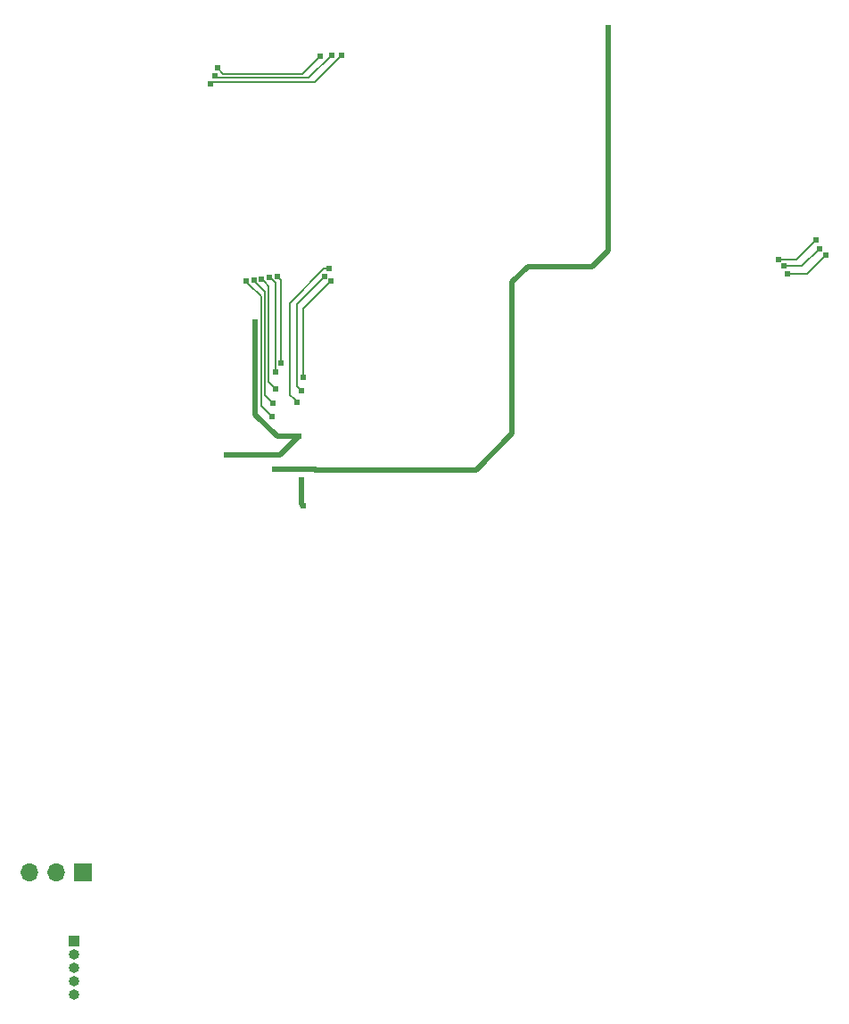
<source format=gbr>
G04 #@! TF.GenerationSoftware,KiCad,Pcbnew,(5.1.4)-1*
G04 #@! TF.CreationDate,2020-04-14T17:00:19+08:00*
G04 #@! TF.ProjectId,viper_plate_v2,76697065-725f-4706-9c61-74655f76322e,rev?*
G04 #@! TF.SameCoordinates,Original*
G04 #@! TF.FileFunction,Copper,L2,Bot*
G04 #@! TF.FilePolarity,Positive*
%FSLAX46Y46*%
G04 Gerber Fmt 4.6, Leading zero omitted, Abs format (unit mm)*
G04 Created by KiCad (PCBNEW (5.1.4)-1) date 2020-04-14 17:00:19*
%MOMM*%
%LPD*%
G04 APERTURE LIST*
%ADD10R,1.000000X1.000000*%
%ADD11O,1.000000X1.000000*%
%ADD12R,1.700000X1.700000*%
%ADD13O,1.700000X1.700000*%
%ADD14C,0.609600*%
%ADD15C,0.508000*%
%ADD16C,0.203200*%
G04 APERTURE END LIST*
D10*
X73139300Y-147408900D03*
D11*
X73139300Y-148678900D03*
X73139300Y-149948900D03*
X73139300Y-151218900D03*
X73139300Y-152488900D03*
D12*
X74002900Y-140944600D03*
D13*
X71462900Y-140944600D03*
X68922900Y-140944600D03*
D14*
X94742000Y-103619300D03*
X94957900Y-106133900D03*
X94500700Y-99529900D03*
X90363019Y-88709500D03*
X87693500Y-101295200D03*
X92214700Y-102654100D03*
X96202500Y-102730300D03*
X123902701Y-60742599D03*
X96509840Y-63418720D03*
X86780697Y-64545537D03*
X97610800Y-63349000D03*
X86524955Y-65308470D03*
X86106000Y-66106042D03*
X98567240Y-63352680D03*
X91948000Y-97624900D03*
X89489280Y-84785200D03*
X92049600Y-96387920D03*
X90249421Y-84731837D03*
X92303611Y-95017489D03*
X90997649Y-84587560D03*
X92283280Y-93416120D03*
X91739326Y-84412698D03*
X92842090Y-92527120D03*
X92500317Y-84373267D03*
X97368491Y-83616787D03*
X94371160Y-96296480D03*
X96936259Y-84389021D03*
X94802960Y-95199200D03*
X94932500Y-93941900D03*
X97603246Y-84757518D03*
X140030200Y-82727800D03*
X143598900Y-80848200D03*
X140576300Y-83362800D03*
X143954500Y-81711800D03*
X140881100Y-84124800D03*
X144538700Y-82321400D03*
D15*
X94742000Y-103619300D02*
X94742000Y-105918000D01*
X94742000Y-105918000D02*
X94957900Y-106133900D01*
X94500700Y-99529900D02*
X92443300Y-99529900D01*
X92443300Y-99529900D02*
X90363019Y-97449619D01*
X90363019Y-97449619D02*
X90363019Y-89140552D01*
X90363019Y-89140552D02*
X90363019Y-88709500D01*
X92735400Y-101295200D02*
X94500700Y-99529900D01*
X87693500Y-101295200D02*
X92735400Y-101295200D01*
X92214700Y-102654100D02*
X96126300Y-102654100D01*
X96126300Y-102654100D02*
X96202500Y-102730300D01*
X123902701Y-81875399D02*
X123902701Y-61173651D01*
X96202500Y-102730300D02*
X111328200Y-102730300D01*
X114769900Y-84886800D02*
X116255800Y-83400900D01*
X111328200Y-102730300D02*
X114769900Y-99288600D01*
X122377200Y-83400900D02*
X123902701Y-81875399D01*
X123902701Y-61173651D02*
X123902701Y-60742599D01*
X114769900Y-99288600D02*
X114769900Y-84886800D01*
X116255800Y-83400900D02*
X122377200Y-83400900D01*
D16*
X96509840Y-63418720D02*
X94818200Y-65110360D01*
X87345520Y-65110360D02*
X86780697Y-64545537D01*
X94818200Y-65110360D02*
X87345520Y-65110360D01*
X86697696Y-65481211D02*
X86524955Y-65308470D01*
X97610800Y-63349000D02*
X95478589Y-65481211D01*
X95478589Y-65481211D02*
X86697696Y-65481211D01*
X98567240Y-63352680D02*
X96052640Y-65867280D01*
X96052640Y-65867280D02*
X86344762Y-65867280D01*
X86344762Y-65867280D02*
X86106000Y-66106042D01*
X89794079Y-85089999D02*
X89489280Y-84785200D01*
X90921829Y-96598729D02*
X90921829Y-86217749D01*
X90921829Y-86217749D02*
X89794079Y-85089999D01*
X91948000Y-97624900D02*
X90921829Y-96598729D01*
X91312989Y-85795405D02*
X90554220Y-85036636D01*
X92049600Y-96387920D02*
X91312989Y-95651309D01*
X91312989Y-95651309D02*
X91312989Y-85795405D01*
X90554220Y-85036636D02*
X90249421Y-84731837D01*
X91668600Y-94382478D02*
X91668600Y-85258511D01*
X92303611Y-95017489D02*
X91668600Y-94382478D01*
X91302448Y-84892359D02*
X90997649Y-84587560D01*
X91668600Y-85258511D02*
X91302448Y-84892359D01*
X92283280Y-84956652D02*
X92044125Y-84717497D01*
X92044125Y-84717497D02*
X91739326Y-84412698D01*
X92283280Y-93416120D02*
X92283280Y-84956652D01*
X92842090Y-92527120D02*
X92842090Y-84715040D01*
X92805116Y-84678066D02*
X92500317Y-84373267D01*
X92842090Y-84715040D02*
X92805116Y-84678066D01*
X93672661Y-95597981D02*
X94066361Y-95991681D01*
X94066361Y-95991681D02*
X94371160Y-96296480D01*
X93672661Y-86851840D02*
X93672661Y-95597981D01*
X96907714Y-83616787D02*
X93672661Y-86851840D01*
X97368491Y-83616787D02*
X96907714Y-83616787D01*
X96936259Y-84389021D02*
X94345761Y-86979519D01*
X94345761Y-86979519D02*
X94345761Y-94742001D01*
X94345761Y-94742001D02*
X94498161Y-94894401D01*
X94498161Y-94894401D02*
X94802960Y-95199200D01*
X94932500Y-87428264D02*
X97298447Y-85062317D01*
X97298447Y-85062317D02*
X97603246Y-84757518D01*
X94932500Y-93941900D02*
X94932500Y-87428264D01*
X141719300Y-82727800D02*
X140030200Y-82727800D01*
X143598900Y-80848200D02*
X141719300Y-82727800D01*
X142303500Y-83362800D02*
X140576300Y-83362800D01*
X143954500Y-81711800D02*
X142303500Y-83362800D01*
X142735300Y-84124800D02*
X144538700Y-82321400D01*
X140881100Y-84124800D02*
X142735300Y-84124800D01*
M02*

</source>
